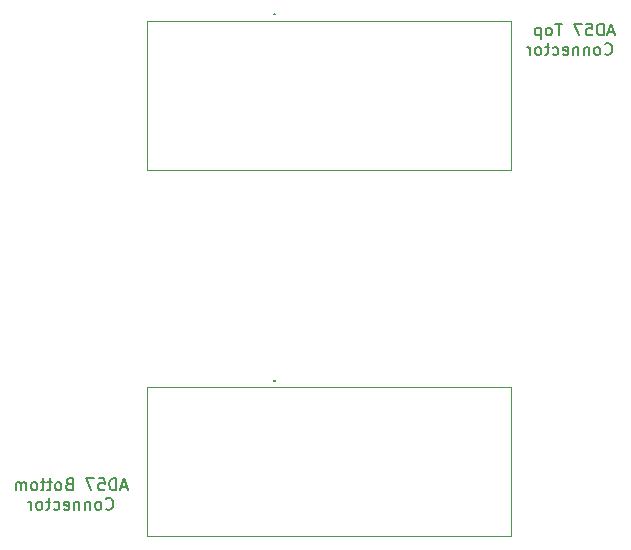
<source format=gbr>
%TF.GenerationSoftware,KiCad,Pcbnew,(5.1.7)-1*%
%TF.CreationDate,2021-02-10T20:21:02+01:00*%
%TF.ProjectId,ad57_adapter,61643537-5f61-4646-9170-7465722e6b69,rev?*%
%TF.SameCoordinates,Original*%
%TF.FileFunction,Legend,Bot*%
%TF.FilePolarity,Positive*%
%FSLAX46Y46*%
G04 Gerber Fmt 4.6, Leading zero omitted, Abs format (unit mm)*
G04 Created by KiCad (PCBNEW (5.1.7)-1) date 2021-02-10 20:21:02*
%MOMM*%
%LPD*%
G01*
G04 APERTURE LIST*
%ADD10C,0.150000*%
%ADD11C,0.200000*%
%ADD12C,0.100000*%
G04 APERTURE END LIST*
D10*
X137214285Y-104091666D02*
X136738095Y-104091666D01*
X137309523Y-104377380D02*
X136976190Y-103377380D01*
X136642857Y-104377380D01*
X136309523Y-104377380D02*
X136309523Y-103377380D01*
X136071428Y-103377380D01*
X135928571Y-103425000D01*
X135833333Y-103520238D01*
X135785714Y-103615476D01*
X135738095Y-103805952D01*
X135738095Y-103948809D01*
X135785714Y-104139285D01*
X135833333Y-104234523D01*
X135928571Y-104329761D01*
X136071428Y-104377380D01*
X136309523Y-104377380D01*
X134833333Y-103377380D02*
X135309523Y-103377380D01*
X135357142Y-103853571D01*
X135309523Y-103805952D01*
X135214285Y-103758333D01*
X134976190Y-103758333D01*
X134880952Y-103805952D01*
X134833333Y-103853571D01*
X134785714Y-103948809D01*
X134785714Y-104186904D01*
X134833333Y-104282142D01*
X134880952Y-104329761D01*
X134976190Y-104377380D01*
X135214285Y-104377380D01*
X135309523Y-104329761D01*
X135357142Y-104282142D01*
X134452380Y-103377380D02*
X133785714Y-103377380D01*
X134214285Y-104377380D01*
X132309523Y-103853571D02*
X132166666Y-103901190D01*
X132119047Y-103948809D01*
X132071428Y-104044047D01*
X132071428Y-104186904D01*
X132119047Y-104282142D01*
X132166666Y-104329761D01*
X132261904Y-104377380D01*
X132642857Y-104377380D01*
X132642857Y-103377380D01*
X132309523Y-103377380D01*
X132214285Y-103425000D01*
X132166666Y-103472619D01*
X132119047Y-103567857D01*
X132119047Y-103663095D01*
X132166666Y-103758333D01*
X132214285Y-103805952D01*
X132309523Y-103853571D01*
X132642857Y-103853571D01*
X131500000Y-104377380D02*
X131595238Y-104329761D01*
X131642857Y-104282142D01*
X131690476Y-104186904D01*
X131690476Y-103901190D01*
X131642857Y-103805952D01*
X131595238Y-103758333D01*
X131500000Y-103710714D01*
X131357142Y-103710714D01*
X131261904Y-103758333D01*
X131214285Y-103805952D01*
X131166666Y-103901190D01*
X131166666Y-104186904D01*
X131214285Y-104282142D01*
X131261904Y-104329761D01*
X131357142Y-104377380D01*
X131500000Y-104377380D01*
X130880952Y-103710714D02*
X130500000Y-103710714D01*
X130738095Y-103377380D02*
X130738095Y-104234523D01*
X130690476Y-104329761D01*
X130595238Y-104377380D01*
X130500000Y-104377380D01*
X130309523Y-103710714D02*
X129928571Y-103710714D01*
X130166666Y-103377380D02*
X130166666Y-104234523D01*
X130119047Y-104329761D01*
X130023809Y-104377380D01*
X129928571Y-104377380D01*
X129452380Y-104377380D02*
X129547619Y-104329761D01*
X129595238Y-104282142D01*
X129642857Y-104186904D01*
X129642857Y-103901190D01*
X129595238Y-103805952D01*
X129547619Y-103758333D01*
X129452380Y-103710714D01*
X129309523Y-103710714D01*
X129214285Y-103758333D01*
X129166666Y-103805952D01*
X129119047Y-103901190D01*
X129119047Y-104186904D01*
X129166666Y-104282142D01*
X129214285Y-104329761D01*
X129309523Y-104377380D01*
X129452380Y-104377380D01*
X128690476Y-104377380D02*
X128690476Y-103710714D01*
X128690476Y-103805952D02*
X128642857Y-103758333D01*
X128547619Y-103710714D01*
X128404761Y-103710714D01*
X128309523Y-103758333D01*
X128261904Y-103853571D01*
X128261904Y-104377380D01*
X128261904Y-103853571D02*
X128214285Y-103758333D01*
X128119047Y-103710714D01*
X127976190Y-103710714D01*
X127880952Y-103758333D01*
X127833333Y-103853571D01*
X127833333Y-104377380D01*
X135452380Y-105932142D02*
X135500000Y-105979761D01*
X135642857Y-106027380D01*
X135738095Y-106027380D01*
X135880952Y-105979761D01*
X135976190Y-105884523D01*
X136023809Y-105789285D01*
X136071428Y-105598809D01*
X136071428Y-105455952D01*
X136023809Y-105265476D01*
X135976190Y-105170238D01*
X135880952Y-105075000D01*
X135738095Y-105027380D01*
X135642857Y-105027380D01*
X135500000Y-105075000D01*
X135452380Y-105122619D01*
X134880952Y-106027380D02*
X134976190Y-105979761D01*
X135023809Y-105932142D01*
X135071428Y-105836904D01*
X135071428Y-105551190D01*
X135023809Y-105455952D01*
X134976190Y-105408333D01*
X134880952Y-105360714D01*
X134738095Y-105360714D01*
X134642857Y-105408333D01*
X134595238Y-105455952D01*
X134547619Y-105551190D01*
X134547619Y-105836904D01*
X134595238Y-105932142D01*
X134642857Y-105979761D01*
X134738095Y-106027380D01*
X134880952Y-106027380D01*
X134119047Y-105360714D02*
X134119047Y-106027380D01*
X134119047Y-105455952D02*
X134071428Y-105408333D01*
X133976190Y-105360714D01*
X133833333Y-105360714D01*
X133738095Y-105408333D01*
X133690476Y-105503571D01*
X133690476Y-106027380D01*
X133214285Y-105360714D02*
X133214285Y-106027380D01*
X133214285Y-105455952D02*
X133166666Y-105408333D01*
X133071428Y-105360714D01*
X132928571Y-105360714D01*
X132833333Y-105408333D01*
X132785714Y-105503571D01*
X132785714Y-106027380D01*
X131928571Y-105979761D02*
X132023809Y-106027380D01*
X132214285Y-106027380D01*
X132309523Y-105979761D01*
X132357142Y-105884523D01*
X132357142Y-105503571D01*
X132309523Y-105408333D01*
X132214285Y-105360714D01*
X132023809Y-105360714D01*
X131928571Y-105408333D01*
X131880952Y-105503571D01*
X131880952Y-105598809D01*
X132357142Y-105694047D01*
X131023809Y-105979761D02*
X131119047Y-106027380D01*
X131309523Y-106027380D01*
X131404761Y-105979761D01*
X131452380Y-105932142D01*
X131500000Y-105836904D01*
X131500000Y-105551190D01*
X131452380Y-105455952D01*
X131404761Y-105408333D01*
X131309523Y-105360714D01*
X131119047Y-105360714D01*
X131023809Y-105408333D01*
X130738095Y-105360714D02*
X130357142Y-105360714D01*
X130595238Y-105027380D02*
X130595238Y-105884523D01*
X130547619Y-105979761D01*
X130452380Y-106027380D01*
X130357142Y-106027380D01*
X129880952Y-106027380D02*
X129976190Y-105979761D01*
X130023809Y-105932142D01*
X130071428Y-105836904D01*
X130071428Y-105551190D01*
X130023809Y-105455952D01*
X129976190Y-105408333D01*
X129880952Y-105360714D01*
X129738095Y-105360714D01*
X129642857Y-105408333D01*
X129595238Y-105455952D01*
X129547619Y-105551190D01*
X129547619Y-105836904D01*
X129595238Y-105932142D01*
X129642857Y-105979761D01*
X129738095Y-106027380D01*
X129880952Y-106027380D01*
X129119047Y-106027380D02*
X129119047Y-105360714D01*
X129119047Y-105551190D02*
X129071428Y-105455952D01*
X129023809Y-105408333D01*
X128928571Y-105360714D01*
X128833333Y-105360714D01*
X178488095Y-65591666D02*
X178011904Y-65591666D01*
X178583333Y-65877380D02*
X178250000Y-64877380D01*
X177916666Y-65877380D01*
X177583333Y-65877380D02*
X177583333Y-64877380D01*
X177345238Y-64877380D01*
X177202380Y-64925000D01*
X177107142Y-65020238D01*
X177059523Y-65115476D01*
X177011904Y-65305952D01*
X177011904Y-65448809D01*
X177059523Y-65639285D01*
X177107142Y-65734523D01*
X177202380Y-65829761D01*
X177345238Y-65877380D01*
X177583333Y-65877380D01*
X176107142Y-64877380D02*
X176583333Y-64877380D01*
X176630952Y-65353571D01*
X176583333Y-65305952D01*
X176488095Y-65258333D01*
X176250000Y-65258333D01*
X176154761Y-65305952D01*
X176107142Y-65353571D01*
X176059523Y-65448809D01*
X176059523Y-65686904D01*
X176107142Y-65782142D01*
X176154761Y-65829761D01*
X176250000Y-65877380D01*
X176488095Y-65877380D01*
X176583333Y-65829761D01*
X176630952Y-65782142D01*
X175726190Y-64877380D02*
X175059523Y-64877380D01*
X175488095Y-65877380D01*
X174059523Y-64877380D02*
X173488095Y-64877380D01*
X173773809Y-65877380D02*
X173773809Y-64877380D01*
X173011904Y-65877380D02*
X173107142Y-65829761D01*
X173154761Y-65782142D01*
X173202380Y-65686904D01*
X173202380Y-65401190D01*
X173154761Y-65305952D01*
X173107142Y-65258333D01*
X173011904Y-65210714D01*
X172869047Y-65210714D01*
X172773809Y-65258333D01*
X172726190Y-65305952D01*
X172678571Y-65401190D01*
X172678571Y-65686904D01*
X172726190Y-65782142D01*
X172773809Y-65829761D01*
X172869047Y-65877380D01*
X173011904Y-65877380D01*
X172250000Y-65210714D02*
X172250000Y-66210714D01*
X172250000Y-65258333D02*
X172154761Y-65210714D01*
X171964285Y-65210714D01*
X171869047Y-65258333D01*
X171821428Y-65305952D01*
X171773809Y-65401190D01*
X171773809Y-65686904D01*
X171821428Y-65782142D01*
X171869047Y-65829761D01*
X171964285Y-65877380D01*
X172154761Y-65877380D01*
X172250000Y-65829761D01*
X177702380Y-67432142D02*
X177749999Y-67479761D01*
X177892857Y-67527380D01*
X177988095Y-67527380D01*
X178130952Y-67479761D01*
X178226190Y-67384523D01*
X178273809Y-67289285D01*
X178321428Y-67098809D01*
X178321428Y-66955952D01*
X178273809Y-66765476D01*
X178226190Y-66670238D01*
X178130952Y-66575000D01*
X177988095Y-66527380D01*
X177892857Y-66527380D01*
X177749999Y-66575000D01*
X177702380Y-66622619D01*
X177130952Y-67527380D02*
X177226190Y-67479761D01*
X177273809Y-67432142D01*
X177321428Y-67336904D01*
X177321428Y-67051190D01*
X177273809Y-66955952D01*
X177226190Y-66908333D01*
X177130952Y-66860714D01*
X176988095Y-66860714D01*
X176892857Y-66908333D01*
X176845238Y-66955952D01*
X176797619Y-67051190D01*
X176797619Y-67336904D01*
X176845238Y-67432142D01*
X176892857Y-67479761D01*
X176988095Y-67527380D01*
X177130952Y-67527380D01*
X176369047Y-66860714D02*
X176369047Y-67527380D01*
X176369047Y-66955952D02*
X176321428Y-66908333D01*
X176226190Y-66860714D01*
X176083333Y-66860714D01*
X175988095Y-66908333D01*
X175940476Y-67003571D01*
X175940476Y-67527380D01*
X175464285Y-66860714D02*
X175464285Y-67527380D01*
X175464285Y-66955952D02*
X175416666Y-66908333D01*
X175321428Y-66860714D01*
X175178571Y-66860714D01*
X175083333Y-66908333D01*
X175035714Y-67003571D01*
X175035714Y-67527380D01*
X174178571Y-67479761D02*
X174273809Y-67527380D01*
X174464285Y-67527380D01*
X174559523Y-67479761D01*
X174607142Y-67384523D01*
X174607142Y-67003571D01*
X174559523Y-66908333D01*
X174464285Y-66860714D01*
X174273809Y-66860714D01*
X174178571Y-66908333D01*
X174130952Y-67003571D01*
X174130952Y-67098809D01*
X174607142Y-67194047D01*
X173273809Y-67479761D02*
X173369047Y-67527380D01*
X173559523Y-67527380D01*
X173654761Y-67479761D01*
X173702380Y-67432142D01*
X173749999Y-67336904D01*
X173749999Y-67051190D01*
X173702380Y-66955952D01*
X173654761Y-66908333D01*
X173559523Y-66860714D01*
X173369047Y-66860714D01*
X173273809Y-66908333D01*
X172988095Y-66860714D02*
X172607142Y-66860714D01*
X172845238Y-66527380D02*
X172845238Y-67384523D01*
X172797619Y-67479761D01*
X172702380Y-67527380D01*
X172607142Y-67527380D01*
X172130952Y-67527380D02*
X172226190Y-67479761D01*
X172273809Y-67432142D01*
X172321428Y-67336904D01*
X172321428Y-67051190D01*
X172273809Y-66955952D01*
X172226190Y-66908333D01*
X172130952Y-66860714D01*
X171988095Y-66860714D01*
X171892857Y-66908333D01*
X171845238Y-66955952D01*
X171797619Y-67051190D01*
X171797619Y-67336904D01*
X171845238Y-67432142D01*
X171892857Y-67479761D01*
X171988095Y-67527380D01*
X172130952Y-67527380D01*
X171369047Y-67527380D02*
X171369047Y-66860714D01*
X171369047Y-67051190D02*
X171321428Y-66955952D01*
X171273809Y-66908333D01*
X171178571Y-66860714D01*
X171083333Y-66860714D01*
D11*
%TO.C,J5*%
X149700000Y-95100000D02*
G75*
G03*
X149800000Y-95100000I50000J0D01*
G01*
X149800000Y-95100000D02*
G75*
G03*
X149700000Y-95100000I-50000J0D01*
G01*
X149700000Y-95100000D02*
G75*
G03*
X149800000Y-95100000I50000J0D01*
G01*
D12*
X169718000Y-95681000D02*
X138918000Y-95681000D01*
X138918000Y-95681000D02*
X138918000Y-108281000D01*
X138918000Y-108281000D02*
X169718000Y-108281000D01*
X169718000Y-108281000D02*
X169718000Y-95681000D01*
D11*
X149800000Y-95100000D02*
X149800000Y-95100000D01*
X149700000Y-95100000D02*
X149700000Y-95100000D01*
X149800000Y-95100000D02*
X149800000Y-95100000D01*
%TO.C,J6*%
X149800000Y-64100000D02*
X149800000Y-64100000D01*
X149700000Y-64100000D02*
X149700000Y-64100000D01*
X149800000Y-64100000D02*
X149800000Y-64100000D01*
D12*
X169718000Y-77281000D02*
X169718000Y-64681000D01*
X138918000Y-77281000D02*
X169718000Y-77281000D01*
X138918000Y-64681000D02*
X138918000Y-77281000D01*
X169718000Y-64681000D02*
X138918000Y-64681000D01*
D11*
X149700000Y-64100000D02*
G75*
G03*
X149800000Y-64100000I50000J0D01*
G01*
X149800000Y-64100000D02*
G75*
G03*
X149700000Y-64100000I-50000J0D01*
G01*
X149700000Y-64100000D02*
G75*
G03*
X149800000Y-64100000I50000J0D01*
G01*
%TD*%
M02*

</source>
